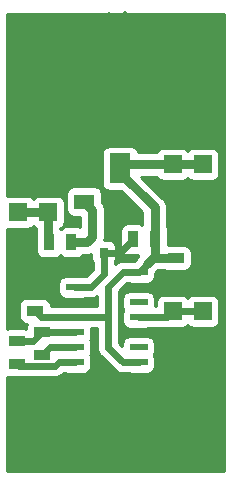
<source format=gbr>
G04 #@! TF.GenerationSoftware,KiCad,Pcbnew,(2018-02-10 revision a04965c36)-makepkg*
G04 #@! TF.CreationDate,2018-07-08T19:26:06+02:00*
G04 #@! TF.ProjectId,PIEZO01A,5049455A4F3031412E6B696361645F70,REV*
G04 #@! TF.SameCoordinates,Original*
G04 #@! TF.FileFunction,Copper,L2,Bot,Signal*
G04 #@! TF.FilePolarity,Positive*
%FSLAX46Y46*%
G04 Gerber Fmt 4.6, Leading zero omitted, Abs format (unit mm)*
G04 Created by KiCad (PCBNEW (2018-02-10 revision a04965c36)-makepkg) date 07/08/18 19:26:06*
%MOMM*%
%LPD*%
G01*
G04 APERTURE LIST*
%ADD10C,0.300000*%
%ADD11R,1.800000X2.500000*%
%ADD12R,1.400000X0.889000*%
%ADD13R,1.400000X0.899000*%
%ADD14R,1.524000X1.524000*%
%ADD15C,6.000000*%
%ADD16R,0.800000X0.900000*%
%ADD17R,0.899000X1.400000*%
%ADD18R,0.889000X1.400000*%
%ADD19R,1.500000X0.600000*%
%ADD20R,1.700000X1.300000*%
%ADD21C,0.800000*%
%ADD22C,0.600000*%
%ADD23C,0.800000*%
%ADD24C,0.254000*%
G04 APERTURE END LIST*
D10*
X9608428Y39655428D02*
X9537000Y39584000D01*
X9465571Y39441142D01*
X9465571Y39084000D01*
X9537000Y38941142D01*
X9608428Y38869714D01*
X9751285Y38798285D01*
X9894142Y38798285D01*
X10108428Y38869714D01*
X10965571Y39726857D01*
X10965571Y38798285D01*
X9465571Y37869714D02*
X9465571Y37726857D01*
X9537000Y37584000D01*
X9608428Y37512571D01*
X9751285Y37441142D01*
X10037000Y37369714D01*
X10394142Y37369714D01*
X10679857Y37441142D01*
X10822714Y37512571D01*
X10894142Y37584000D01*
X10965571Y37726857D01*
X10965571Y37869714D01*
X10894142Y38012571D01*
X10822714Y38084000D01*
X10679857Y38155428D01*
X10394142Y38226857D01*
X10037000Y38226857D01*
X9751285Y38155428D01*
X9608428Y38084000D01*
X9537000Y38012571D01*
X9465571Y37869714D01*
X10965571Y35941142D02*
X10965571Y36798285D01*
X10965571Y36369714D02*
X9465571Y36369714D01*
X9679857Y36512571D01*
X9822714Y36655428D01*
X9894142Y36798285D01*
X10108428Y35084000D02*
X10037000Y35226857D01*
X9965571Y35298285D01*
X9822714Y35369714D01*
X9751285Y35369714D01*
X9608428Y35298285D01*
X9537000Y35226857D01*
X9465571Y35084000D01*
X9465571Y34798285D01*
X9537000Y34655428D01*
X9608428Y34584000D01*
X9751285Y34512571D01*
X9822714Y34512571D01*
X9965571Y34584000D01*
X10037000Y34655428D01*
X10108428Y34798285D01*
X10108428Y35084000D01*
X10179857Y35226857D01*
X10251285Y35298285D01*
X10394142Y35369714D01*
X10679857Y35369714D01*
X10822714Y35298285D01*
X10894142Y35226857D01*
X10965571Y35084000D01*
X10965571Y34798285D01*
X10894142Y34655428D01*
X10822714Y34584000D01*
X10679857Y34512571D01*
X10394142Y34512571D01*
X10251285Y34584000D01*
X10179857Y34655428D01*
X10108428Y34798285D01*
X10621095Y8698238D02*
X9321095Y8698238D01*
X10249666Y8264904D01*
X9321095Y7831571D01*
X10621095Y7831571D01*
X10621095Y6593476D02*
X10621095Y7212523D01*
X9321095Y7212523D01*
X10249666Y6222047D02*
X10249666Y5603000D01*
X10621095Y6345857D02*
X9321095Y5912523D01*
X10621095Y5479190D01*
X9940142Y4612523D02*
X10002047Y4426809D01*
X10063952Y4364904D01*
X10187761Y4303000D01*
X10373476Y4303000D01*
X10497285Y4364904D01*
X10559190Y4426809D01*
X10621095Y4550619D01*
X10621095Y5045857D01*
X9321095Y5045857D01*
X9321095Y4612523D01*
X9383000Y4488714D01*
X9444904Y4426809D01*
X9568714Y4364904D01*
X9692523Y4364904D01*
X9816333Y4426809D01*
X9878238Y4488714D01*
X9940142Y4612523D01*
X9940142Y5045857D01*
X10497285Y3745857D02*
X10559190Y3683952D01*
X10621095Y3745857D01*
X10559190Y3807761D01*
X10497285Y3745857D01*
X10621095Y3745857D01*
X10497285Y2383952D02*
X10559190Y2445857D01*
X10621095Y2631571D01*
X10621095Y2755380D01*
X10559190Y2941095D01*
X10435380Y3064904D01*
X10311571Y3126809D01*
X10063952Y3188714D01*
X9878238Y3188714D01*
X9630619Y3126809D01*
X9506809Y3064904D01*
X9383000Y2941095D01*
X9321095Y2755380D01*
X9321095Y2631571D01*
X9383000Y2445857D01*
X9444904Y2383952D01*
X9321095Y1950619D02*
X9321095Y1083952D01*
X10621095Y1950619D01*
X10621095Y1083952D01*
D11*
X10541000Y30575000D03*
X10541000Y26575000D03*
D12*
X1778000Y11938000D03*
D13*
X1778000Y10033000D03*
D12*
X15240000Y17081500D03*
D13*
X15240000Y18986500D03*
X3302000Y14541500D03*
D12*
X3302000Y16446500D03*
D14*
X17526000Y24384000D03*
X14986000Y24384000D03*
X17526000Y26924000D03*
X14986000Y26924000D03*
X17526000Y29464000D03*
X14986000Y29464000D03*
X4445000Y22860000D03*
X1905000Y22860000D03*
X4445000Y25400000D03*
X1905000Y25400000D03*
X14986000Y14478000D03*
X17526000Y14478000D03*
X14986000Y11938000D03*
X17526000Y11938000D03*
D15*
X15240000Y5080000D03*
X5080000Y5080000D03*
X5080000Y35560000D03*
X15240000Y35560000D03*
D16*
X8194000Y21447000D03*
X10094000Y21447000D03*
X9144000Y19447000D03*
D17*
X6413500Y20320000D03*
D18*
X4508500Y20320000D03*
X13525500Y20574000D03*
D17*
X11620500Y20574000D03*
D13*
X3937000Y10795000D03*
D12*
X3937000Y12700000D03*
D19*
X6698000Y10160000D03*
X6698000Y11430000D03*
X6698000Y12700000D03*
X6698000Y13970000D03*
X6698000Y15240000D03*
X6698000Y16510000D03*
X6698000Y17780000D03*
X12098000Y17780000D03*
X12098000Y16510000D03*
X12098000Y15240000D03*
X12098000Y13970000D03*
X12098000Y12700000D03*
X12098000Y11430000D03*
X12098000Y10160000D03*
D20*
X7493000Y23777000D03*
X7493000Y27277000D03*
D21*
X4826000Y16129000D03*
X11176000Y22860000D03*
X9779000Y22860000D03*
X6731000Y28448000D03*
X8128000Y28448000D03*
X10795000Y32385000D03*
X9271000Y32385000D03*
X15621000Y16383000D03*
X14351000Y16383000D03*
X4572000Y17526000D03*
X3302000Y17399000D03*
D22*
X3937000Y12700000D02*
X6698000Y12700000D01*
X1778000Y11938000D02*
X3175000Y11938000D01*
X3175000Y11938000D02*
X3937000Y12700000D01*
X6698000Y10160000D02*
X5348000Y10160000D01*
X5348000Y10160000D02*
X5033499Y9845499D01*
X5033499Y9845499D02*
X1965501Y9845499D01*
X1965501Y9845499D02*
X1778000Y10033000D01*
X4572000Y16383000D02*
X4826000Y16129000D01*
X4572000Y17526000D02*
X4572000Y16383000D01*
X10094000Y22545000D02*
X9779000Y22860000D01*
X10094000Y21447000D02*
X10094000Y22545000D01*
X7493000Y27813000D02*
X8128000Y28448000D01*
X7493000Y27277000D02*
X7493000Y27813000D01*
X10541000Y31115000D02*
X9271000Y32385000D01*
X10541000Y30575000D02*
X10541000Y31115000D01*
X15049500Y17081500D02*
X14351000Y16383000D01*
X15240000Y17081500D02*
X15049500Y17081500D01*
X3302000Y16446500D02*
X3302000Y17399000D01*
X9525000Y13970000D02*
X9525000Y16557000D01*
X9525000Y11383000D02*
X9525000Y13970000D01*
X6698000Y13970000D02*
X8048000Y13970000D01*
X8048000Y13970000D02*
X9525000Y13970000D01*
X12098000Y10160000D02*
X10748000Y10160000D01*
X10748000Y10160000D02*
X9525000Y11383000D01*
X9525000Y16557000D02*
X10748000Y17780000D01*
X10748000Y17780000D02*
X12098000Y17780000D01*
X3302000Y14541500D02*
X3873500Y13970000D01*
X3873500Y13970000D02*
X6698000Y13970000D01*
D23*
X12827000Y18509000D02*
X13304500Y18986500D01*
D22*
X12098000Y17780000D02*
X12827000Y18509000D01*
D23*
X13525500Y20574000D02*
X13525500Y19074000D01*
X13525500Y19074000D02*
X13438000Y18986500D01*
X13438000Y18986500D02*
X13304500Y18986500D01*
X13304500Y18986500D02*
X15240000Y18986500D01*
X13525500Y20574000D02*
X13525500Y20829500D01*
X13525500Y20829500D02*
X13462000Y20893000D01*
X13462000Y20893000D02*
X13462000Y23304000D01*
X13462000Y23304000D02*
X10541000Y26225000D01*
X10541000Y26225000D02*
X10541000Y26575000D01*
X14986000Y26924000D02*
X10890000Y26924000D01*
X10890000Y26924000D02*
X10541000Y26575000D01*
X17526000Y26924000D02*
X14986000Y26924000D01*
X7747000Y20320000D02*
X8194000Y20767000D01*
X8194000Y20767000D02*
X8194000Y21447000D01*
X6413500Y20320000D02*
X7747000Y20320000D01*
X8194000Y21447000D02*
X8194000Y23076000D01*
X8194000Y23076000D02*
X7493000Y23777000D01*
X1905000Y22860000D02*
X4445000Y22860000D01*
X4445000Y22860000D02*
X4445000Y20383500D01*
X4445000Y20383500D02*
X4508500Y20320000D01*
D22*
X14986000Y14478000D02*
X17526000Y14478000D01*
X12098000Y13970000D02*
X14478000Y13970000D01*
X14478000Y13970000D02*
X14986000Y14478000D01*
X11620500Y20574000D02*
X10493500Y19447000D01*
X10493500Y19447000D02*
X9144000Y19447000D01*
X6698000Y16510000D02*
X8048000Y16510000D01*
X8048000Y16510000D02*
X9144000Y17606000D01*
X9144000Y17606000D02*
X9144000Y18397000D01*
X9144000Y18397000D02*
X9144000Y19447000D01*
X6698000Y11430000D02*
X4572000Y11430000D01*
X4572000Y11430000D02*
X3937000Y10795000D01*
D24*
G36*
X19356000Y964000D02*
X964000Y964000D01*
X964000Y8958736D01*
X1078000Y8936060D01*
X1744911Y8936060D01*
X1873415Y8910499D01*
X1873420Y8910499D01*
X1965500Y8892183D01*
X2057581Y8910499D01*
X4941413Y8910499D01*
X5033499Y8892182D01*
X5125585Y8910499D01*
X5398318Y8964749D01*
X5707596Y9171402D01*
X5743409Y9225000D01*
X5885459Y9225000D01*
X5948000Y9212560D01*
X7448000Y9212560D01*
X7695765Y9261843D01*
X7905809Y9402191D01*
X8046157Y9612235D01*
X8095440Y9860000D01*
X8095440Y10460000D01*
X8046157Y10707765D01*
X7987868Y10795000D01*
X8046157Y10882235D01*
X8095440Y11130000D01*
X8095440Y11730000D01*
X8046157Y11977765D01*
X7987868Y12065000D01*
X8046157Y12152235D01*
X8095440Y12400000D01*
X8095440Y13000000D01*
X8088478Y13035000D01*
X8590001Y13035000D01*
X8590000Y11475086D01*
X8571683Y11383000D01*
X8605749Y11211741D01*
X8644250Y11018182D01*
X8850903Y10708903D01*
X8928972Y10656739D01*
X10021741Y9563969D01*
X10073903Y9485903D01*
X10383181Y9279250D01*
X10655914Y9225000D01*
X10655917Y9225000D01*
X10747999Y9206684D01*
X10840081Y9225000D01*
X11285459Y9225000D01*
X11348000Y9212560D01*
X12848000Y9212560D01*
X13095765Y9261843D01*
X13305809Y9402191D01*
X13446157Y9612235D01*
X13495440Y9860000D01*
X13495440Y10460000D01*
X13446157Y10707765D01*
X13387868Y10795000D01*
X13446157Y10882235D01*
X13495440Y11130000D01*
X13495440Y11730000D01*
X13446157Y11977765D01*
X13305809Y12187809D01*
X13095765Y12328157D01*
X12848000Y12377440D01*
X11348000Y12377440D01*
X11100235Y12328157D01*
X10890191Y12187809D01*
X10749843Y11977765D01*
X10700560Y11730000D01*
X10700560Y11529729D01*
X10460000Y11770289D01*
X10460000Y13877915D01*
X10478317Y13970000D01*
X10460000Y14062086D01*
X10460000Y15540000D01*
X10700560Y15540000D01*
X10700560Y14940000D01*
X10749843Y14692235D01*
X10808132Y14605000D01*
X10749843Y14517765D01*
X10700560Y14270000D01*
X10700560Y13670000D01*
X10749843Y13422235D01*
X10890191Y13212191D01*
X11100235Y13071843D01*
X11348000Y13022560D01*
X12848000Y13022560D01*
X12910541Y13035000D01*
X14385914Y13035000D01*
X14478000Y13016683D01*
X14570086Y13035000D01*
X14738803Y13068560D01*
X15748000Y13068560D01*
X15995765Y13117843D01*
X16205809Y13258191D01*
X16256000Y13333307D01*
X16306191Y13258191D01*
X16516235Y13117843D01*
X16764000Y13068560D01*
X18288000Y13068560D01*
X18535765Y13117843D01*
X18745809Y13258191D01*
X18886157Y13468235D01*
X18935440Y13716000D01*
X18935440Y15240000D01*
X18886157Y15487765D01*
X18745809Y15697809D01*
X18535765Y15838157D01*
X18288000Y15887440D01*
X16764000Y15887440D01*
X16516235Y15838157D01*
X16306191Y15697809D01*
X16256000Y15622693D01*
X16205809Y15697809D01*
X15995765Y15838157D01*
X15748000Y15887440D01*
X14224000Y15887440D01*
X13976235Y15838157D01*
X13766191Y15697809D01*
X13625843Y15487765D01*
X13576560Y15240000D01*
X13576560Y14905000D01*
X13488478Y14905000D01*
X13495440Y14940000D01*
X13495440Y15540000D01*
X13446157Y15787765D01*
X13305809Y15997809D01*
X13095765Y16138157D01*
X12848000Y16187440D01*
X11348000Y16187440D01*
X11100235Y16138157D01*
X10890191Y15997809D01*
X10749843Y15787765D01*
X10700560Y15540000D01*
X10460000Y15540000D01*
X10460000Y16169711D01*
X11135290Y16845000D01*
X11285459Y16845000D01*
X11348000Y16832560D01*
X12068454Y16832560D01*
X12098000Y16826683D01*
X12127546Y16832560D01*
X12848000Y16832560D01*
X13095765Y16881843D01*
X13305809Y17022191D01*
X13446157Y17232235D01*
X13495440Y17480000D01*
X13495440Y17713730D01*
X13733210Y17951500D01*
X14273293Y17951500D01*
X14292235Y17938843D01*
X14540000Y17889560D01*
X15940000Y17889560D01*
X16187765Y17938843D01*
X16397809Y18079191D01*
X16538157Y18289235D01*
X16587440Y18537000D01*
X16587440Y19436000D01*
X16538157Y19683765D01*
X16397809Y19893809D01*
X16187765Y20034157D01*
X15940000Y20083440D01*
X14617440Y20083440D01*
X14617440Y21274000D01*
X14568157Y21521765D01*
X14497000Y21628258D01*
X14497000Y23202066D01*
X14517276Y23304000D01*
X14436948Y23707837D01*
X14328751Y23869765D01*
X14208193Y24050193D01*
X14121776Y24107935D01*
X12340710Y25889000D01*
X13642705Y25889000D01*
X13766191Y25704191D01*
X13976235Y25563843D01*
X14224000Y25514560D01*
X15748000Y25514560D01*
X15995765Y25563843D01*
X16205809Y25704191D01*
X16256000Y25779307D01*
X16306191Y25704191D01*
X16516235Y25563843D01*
X16764000Y25514560D01*
X18288000Y25514560D01*
X18535765Y25563843D01*
X18745809Y25704191D01*
X18886157Y25914235D01*
X18935440Y26162000D01*
X18935440Y27686000D01*
X18886157Y27933765D01*
X18745809Y28143809D01*
X18535765Y28284157D01*
X18288000Y28333440D01*
X16764000Y28333440D01*
X16516235Y28284157D01*
X16306191Y28143809D01*
X16256000Y28068693D01*
X16205809Y28143809D01*
X15995765Y28284157D01*
X15748000Y28333440D01*
X14224000Y28333440D01*
X13976235Y28284157D01*
X13766191Y28143809D01*
X13642705Y27959000D01*
X12061786Y27959000D01*
X12039157Y28072765D01*
X11898809Y28282809D01*
X11688765Y28423157D01*
X11441000Y28472440D01*
X9641000Y28472440D01*
X9393235Y28423157D01*
X9183191Y28282809D01*
X9042843Y28072765D01*
X8993560Y27825000D01*
X8993560Y25325000D01*
X9042843Y25077235D01*
X9183191Y24867191D01*
X9393235Y24726843D01*
X9641000Y24677560D01*
X10624730Y24677560D01*
X12427001Y22875288D01*
X12427000Y21799168D01*
X12317765Y21872157D01*
X12070000Y21921440D01*
X11171000Y21921440D01*
X10923235Y21872157D01*
X10713191Y21731809D01*
X10572843Y21521765D01*
X10523560Y21274000D01*
X10523560Y19874000D01*
X10572843Y19626235D01*
X10713191Y19416191D01*
X10923235Y19275843D01*
X11171000Y19226560D01*
X12070000Y19226560D01*
X12083544Y19229254D01*
X12023066Y19168776D01*
X11852052Y18912836D01*
X11838024Y18842313D01*
X11723151Y18727440D01*
X11348000Y18727440D01*
X11285459Y18715000D01*
X10840081Y18715000D01*
X10747999Y18733316D01*
X10655917Y18715000D01*
X10655914Y18715000D01*
X10383181Y18660750D01*
X10079000Y18457503D01*
X10079000Y18654715D01*
X10142157Y18749235D01*
X10191440Y18997000D01*
X10191440Y19897000D01*
X10142157Y20144765D01*
X10001809Y20354809D01*
X9791765Y20495157D01*
X9544000Y20544440D01*
X9205006Y20544440D01*
X9229000Y20665065D01*
X9229000Y20665070D01*
X9249275Y20766999D01*
X9229000Y20868929D01*
X9229000Y20934459D01*
X9241440Y20997000D01*
X9241440Y21897000D01*
X9229000Y21959541D01*
X9229000Y22974066D01*
X9249276Y23076000D01*
X9168948Y23479837D01*
X8990440Y23746993D01*
X8990440Y24427000D01*
X8941157Y24674765D01*
X8800809Y24884809D01*
X8590765Y25025157D01*
X8343000Y25074440D01*
X6643000Y25074440D01*
X6395235Y25025157D01*
X6185191Y24884809D01*
X6044843Y24674765D01*
X5995560Y24427000D01*
X5995560Y23127000D01*
X6044843Y22879235D01*
X6185191Y22669191D01*
X6395235Y22528843D01*
X6643000Y22479560D01*
X7159001Y22479560D01*
X7159000Y21959542D01*
X7146560Y21897000D01*
X7146560Y21594239D01*
X7110765Y21618157D01*
X6863000Y21667440D01*
X5964000Y21667440D01*
X5716235Y21618157D01*
X5506191Y21477809D01*
X5480000Y21438612D01*
X5480000Y21516705D01*
X5664809Y21640191D01*
X5805157Y21850235D01*
X5854440Y22098000D01*
X5854440Y23622000D01*
X5805157Y23869765D01*
X5664809Y24079809D01*
X5454765Y24220157D01*
X5207000Y24269440D01*
X3683000Y24269440D01*
X3435235Y24220157D01*
X3225191Y24079809D01*
X3175000Y24004693D01*
X3124809Y24079809D01*
X2914765Y24220157D01*
X2667000Y24269440D01*
X1143000Y24269440D01*
X964000Y24233835D01*
X964000Y39676000D01*
X19356001Y39676000D01*
X19356000Y964000D01*
X19356000Y964000D01*
G37*
X19356000Y964000D02*
X964000Y964000D01*
X964000Y8958736D01*
X1078000Y8936060D01*
X1744911Y8936060D01*
X1873415Y8910499D01*
X1873420Y8910499D01*
X1965500Y8892183D01*
X2057581Y8910499D01*
X4941413Y8910499D01*
X5033499Y8892182D01*
X5125585Y8910499D01*
X5398318Y8964749D01*
X5707596Y9171402D01*
X5743409Y9225000D01*
X5885459Y9225000D01*
X5948000Y9212560D01*
X7448000Y9212560D01*
X7695765Y9261843D01*
X7905809Y9402191D01*
X8046157Y9612235D01*
X8095440Y9860000D01*
X8095440Y10460000D01*
X8046157Y10707765D01*
X7987868Y10795000D01*
X8046157Y10882235D01*
X8095440Y11130000D01*
X8095440Y11730000D01*
X8046157Y11977765D01*
X7987868Y12065000D01*
X8046157Y12152235D01*
X8095440Y12400000D01*
X8095440Y13000000D01*
X8088478Y13035000D01*
X8590001Y13035000D01*
X8590000Y11475086D01*
X8571683Y11383000D01*
X8605749Y11211741D01*
X8644250Y11018182D01*
X8850903Y10708903D01*
X8928972Y10656739D01*
X10021741Y9563969D01*
X10073903Y9485903D01*
X10383181Y9279250D01*
X10655914Y9225000D01*
X10655917Y9225000D01*
X10747999Y9206684D01*
X10840081Y9225000D01*
X11285459Y9225000D01*
X11348000Y9212560D01*
X12848000Y9212560D01*
X13095765Y9261843D01*
X13305809Y9402191D01*
X13446157Y9612235D01*
X13495440Y9860000D01*
X13495440Y10460000D01*
X13446157Y10707765D01*
X13387868Y10795000D01*
X13446157Y10882235D01*
X13495440Y11130000D01*
X13495440Y11730000D01*
X13446157Y11977765D01*
X13305809Y12187809D01*
X13095765Y12328157D01*
X12848000Y12377440D01*
X11348000Y12377440D01*
X11100235Y12328157D01*
X10890191Y12187809D01*
X10749843Y11977765D01*
X10700560Y11730000D01*
X10700560Y11529729D01*
X10460000Y11770289D01*
X10460000Y13877915D01*
X10478317Y13970000D01*
X10460000Y14062086D01*
X10460000Y15540000D01*
X10700560Y15540000D01*
X10700560Y14940000D01*
X10749843Y14692235D01*
X10808132Y14605000D01*
X10749843Y14517765D01*
X10700560Y14270000D01*
X10700560Y13670000D01*
X10749843Y13422235D01*
X10890191Y13212191D01*
X11100235Y13071843D01*
X11348000Y13022560D01*
X12848000Y13022560D01*
X12910541Y13035000D01*
X14385914Y13035000D01*
X14478000Y13016683D01*
X14570086Y13035000D01*
X14738803Y13068560D01*
X15748000Y13068560D01*
X15995765Y13117843D01*
X16205809Y13258191D01*
X16256000Y13333307D01*
X16306191Y13258191D01*
X16516235Y13117843D01*
X16764000Y13068560D01*
X18288000Y13068560D01*
X18535765Y13117843D01*
X18745809Y13258191D01*
X18886157Y13468235D01*
X18935440Y13716000D01*
X18935440Y15240000D01*
X18886157Y15487765D01*
X18745809Y15697809D01*
X18535765Y15838157D01*
X18288000Y15887440D01*
X16764000Y15887440D01*
X16516235Y15838157D01*
X16306191Y15697809D01*
X16256000Y15622693D01*
X16205809Y15697809D01*
X15995765Y15838157D01*
X15748000Y15887440D01*
X14224000Y15887440D01*
X13976235Y15838157D01*
X13766191Y15697809D01*
X13625843Y15487765D01*
X13576560Y15240000D01*
X13576560Y14905000D01*
X13488478Y14905000D01*
X13495440Y14940000D01*
X13495440Y15540000D01*
X13446157Y15787765D01*
X13305809Y15997809D01*
X13095765Y16138157D01*
X12848000Y16187440D01*
X11348000Y16187440D01*
X11100235Y16138157D01*
X10890191Y15997809D01*
X10749843Y15787765D01*
X10700560Y15540000D01*
X10460000Y15540000D01*
X10460000Y16169711D01*
X11135290Y16845000D01*
X11285459Y16845000D01*
X11348000Y16832560D01*
X12068454Y16832560D01*
X12098000Y16826683D01*
X12127546Y16832560D01*
X12848000Y16832560D01*
X13095765Y16881843D01*
X13305809Y17022191D01*
X13446157Y17232235D01*
X13495440Y17480000D01*
X13495440Y17713730D01*
X13733210Y17951500D01*
X14273293Y17951500D01*
X14292235Y17938843D01*
X14540000Y17889560D01*
X15940000Y17889560D01*
X16187765Y17938843D01*
X16397809Y18079191D01*
X16538157Y18289235D01*
X16587440Y18537000D01*
X16587440Y19436000D01*
X16538157Y19683765D01*
X16397809Y19893809D01*
X16187765Y20034157D01*
X15940000Y20083440D01*
X14617440Y20083440D01*
X14617440Y21274000D01*
X14568157Y21521765D01*
X14497000Y21628258D01*
X14497000Y23202066D01*
X14517276Y23304000D01*
X14436948Y23707837D01*
X14328751Y23869765D01*
X14208193Y24050193D01*
X14121776Y24107935D01*
X12340710Y25889000D01*
X13642705Y25889000D01*
X13766191Y25704191D01*
X13976235Y25563843D01*
X14224000Y25514560D01*
X15748000Y25514560D01*
X15995765Y25563843D01*
X16205809Y25704191D01*
X16256000Y25779307D01*
X16306191Y25704191D01*
X16516235Y25563843D01*
X16764000Y25514560D01*
X18288000Y25514560D01*
X18535765Y25563843D01*
X18745809Y25704191D01*
X18886157Y25914235D01*
X18935440Y26162000D01*
X18935440Y27686000D01*
X18886157Y27933765D01*
X18745809Y28143809D01*
X18535765Y28284157D01*
X18288000Y28333440D01*
X16764000Y28333440D01*
X16516235Y28284157D01*
X16306191Y28143809D01*
X16256000Y28068693D01*
X16205809Y28143809D01*
X15995765Y28284157D01*
X15748000Y28333440D01*
X14224000Y28333440D01*
X13976235Y28284157D01*
X13766191Y28143809D01*
X13642705Y27959000D01*
X12061786Y27959000D01*
X12039157Y28072765D01*
X11898809Y28282809D01*
X11688765Y28423157D01*
X11441000Y28472440D01*
X9641000Y28472440D01*
X9393235Y28423157D01*
X9183191Y28282809D01*
X9042843Y28072765D01*
X8993560Y27825000D01*
X8993560Y25325000D01*
X9042843Y25077235D01*
X9183191Y24867191D01*
X9393235Y24726843D01*
X9641000Y24677560D01*
X10624730Y24677560D01*
X12427001Y22875288D01*
X12427000Y21799168D01*
X12317765Y21872157D01*
X12070000Y21921440D01*
X11171000Y21921440D01*
X10923235Y21872157D01*
X10713191Y21731809D01*
X10572843Y21521765D01*
X10523560Y21274000D01*
X10523560Y19874000D01*
X10572843Y19626235D01*
X10713191Y19416191D01*
X10923235Y19275843D01*
X11171000Y19226560D01*
X12070000Y19226560D01*
X12083544Y19229254D01*
X12023066Y19168776D01*
X11852052Y18912836D01*
X11838024Y18842313D01*
X11723151Y18727440D01*
X11348000Y18727440D01*
X11285459Y18715000D01*
X10840081Y18715000D01*
X10747999Y18733316D01*
X10655917Y18715000D01*
X10655914Y18715000D01*
X10383181Y18660750D01*
X10079000Y18457503D01*
X10079000Y18654715D01*
X10142157Y18749235D01*
X10191440Y18997000D01*
X10191440Y19897000D01*
X10142157Y20144765D01*
X10001809Y20354809D01*
X9791765Y20495157D01*
X9544000Y20544440D01*
X9205006Y20544440D01*
X9229000Y20665065D01*
X9229000Y20665070D01*
X9249275Y20766999D01*
X9229000Y20868929D01*
X9229000Y20934459D01*
X9241440Y20997000D01*
X9241440Y21897000D01*
X9229000Y21959541D01*
X9229000Y22974066D01*
X9249276Y23076000D01*
X9168948Y23479837D01*
X8990440Y23746993D01*
X8990440Y24427000D01*
X8941157Y24674765D01*
X8800809Y24884809D01*
X8590765Y25025157D01*
X8343000Y25074440D01*
X6643000Y25074440D01*
X6395235Y25025157D01*
X6185191Y24884809D01*
X6044843Y24674765D01*
X5995560Y24427000D01*
X5995560Y23127000D01*
X6044843Y22879235D01*
X6185191Y22669191D01*
X6395235Y22528843D01*
X6643000Y22479560D01*
X7159001Y22479560D01*
X7159000Y21959542D01*
X7146560Y21897000D01*
X7146560Y21594239D01*
X7110765Y21618157D01*
X6863000Y21667440D01*
X5964000Y21667440D01*
X5716235Y21618157D01*
X5506191Y21477809D01*
X5480000Y21438612D01*
X5480000Y21516705D01*
X5664809Y21640191D01*
X5805157Y21850235D01*
X5854440Y22098000D01*
X5854440Y23622000D01*
X5805157Y23869765D01*
X5664809Y24079809D01*
X5454765Y24220157D01*
X5207000Y24269440D01*
X3683000Y24269440D01*
X3435235Y24220157D01*
X3225191Y24079809D01*
X3175000Y24004693D01*
X3124809Y24079809D01*
X2914765Y24220157D01*
X2667000Y24269440D01*
X1143000Y24269440D01*
X964000Y24233835D01*
X964000Y39676000D01*
X19356001Y39676000D01*
X19356000Y964000D01*
G36*
X3225191Y21640191D02*
X3410001Y21516704D01*
X3410001Y20485439D01*
X3389724Y20383500D01*
X3416560Y20248586D01*
X3416560Y19620000D01*
X3465843Y19372235D01*
X3606191Y19162191D01*
X3816235Y19021843D01*
X4064000Y18972560D01*
X4953000Y18972560D01*
X5200765Y19021843D01*
X5410809Y19162191D01*
X5458500Y19233565D01*
X5506191Y19162191D01*
X5716235Y19021843D01*
X5964000Y18972560D01*
X6863000Y18972560D01*
X7110765Y19021843D01*
X7320809Y19162191D01*
X7402868Y19285000D01*
X7645066Y19285000D01*
X7747000Y19264724D01*
X7848934Y19285000D01*
X7848935Y19285000D01*
X8096560Y19334256D01*
X8096560Y18997000D01*
X8145843Y18749235D01*
X8209000Y18654714D01*
X8209000Y17993290D01*
X7660711Y17445000D01*
X7510541Y17445000D01*
X7448000Y17457440D01*
X5948000Y17457440D01*
X5700235Y17408157D01*
X5490191Y17267809D01*
X5349843Y17057765D01*
X5300560Y16810000D01*
X5300560Y16210000D01*
X5349843Y15962235D01*
X5490191Y15752191D01*
X5700235Y15611843D01*
X5948000Y15562560D01*
X7448000Y15562560D01*
X7510541Y15575000D01*
X7955914Y15575000D01*
X8048000Y15556683D01*
X8140086Y15575000D01*
X8412819Y15629250D01*
X8590001Y15747639D01*
X8590000Y14905000D01*
X7510541Y14905000D01*
X7448000Y14917440D01*
X5948000Y14917440D01*
X5885459Y14905000D01*
X4649440Y14905000D01*
X4649440Y14991000D01*
X4600157Y15238765D01*
X4459809Y15448809D01*
X4249765Y15589157D01*
X4002000Y15638440D01*
X2602000Y15638440D01*
X2354235Y15589157D01*
X2144191Y15448809D01*
X2003843Y15238765D01*
X1954560Y14991000D01*
X1954560Y14092000D01*
X2003843Y13844235D01*
X2144191Y13634191D01*
X2354235Y13493843D01*
X2602000Y13444560D01*
X2673786Y13444560D01*
X2638843Y13392265D01*
X2589560Y13144500D01*
X2589560Y13007750D01*
X2478000Y13029940D01*
X1078000Y13029940D01*
X964000Y13007264D01*
X964000Y21486165D01*
X1143000Y21450560D01*
X2667000Y21450560D01*
X2914765Y21499843D01*
X3124809Y21640191D01*
X3175000Y21715307D01*
X3225191Y21640191D01*
X3225191Y21640191D01*
G37*
X3225191Y21640191D02*
X3410001Y21516704D01*
X3410001Y20485439D01*
X3389724Y20383500D01*
X3416560Y20248586D01*
X3416560Y19620000D01*
X3465843Y19372235D01*
X3606191Y19162191D01*
X3816235Y19021843D01*
X4064000Y18972560D01*
X4953000Y18972560D01*
X5200765Y19021843D01*
X5410809Y19162191D01*
X5458500Y19233565D01*
X5506191Y19162191D01*
X5716235Y19021843D01*
X5964000Y18972560D01*
X6863000Y18972560D01*
X7110765Y19021843D01*
X7320809Y19162191D01*
X7402868Y19285000D01*
X7645066Y19285000D01*
X7747000Y19264724D01*
X7848934Y19285000D01*
X7848935Y19285000D01*
X8096560Y19334256D01*
X8096560Y18997000D01*
X8145843Y18749235D01*
X8209000Y18654714D01*
X8209000Y17993290D01*
X7660711Y17445000D01*
X7510541Y17445000D01*
X7448000Y17457440D01*
X5948000Y17457440D01*
X5700235Y17408157D01*
X5490191Y17267809D01*
X5349843Y17057765D01*
X5300560Y16810000D01*
X5300560Y16210000D01*
X5349843Y15962235D01*
X5490191Y15752191D01*
X5700235Y15611843D01*
X5948000Y15562560D01*
X7448000Y15562560D01*
X7510541Y15575000D01*
X7955914Y15575000D01*
X8048000Y15556683D01*
X8140086Y15575000D01*
X8412819Y15629250D01*
X8590001Y15747639D01*
X8590000Y14905000D01*
X7510541Y14905000D01*
X7448000Y14917440D01*
X5948000Y14917440D01*
X5885459Y14905000D01*
X4649440Y14905000D01*
X4649440Y14991000D01*
X4600157Y15238765D01*
X4459809Y15448809D01*
X4249765Y15589157D01*
X4002000Y15638440D01*
X2602000Y15638440D01*
X2354235Y15589157D01*
X2144191Y15448809D01*
X2003843Y15238765D01*
X1954560Y14991000D01*
X1954560Y14092000D01*
X2003843Y13844235D01*
X2144191Y13634191D01*
X2354235Y13493843D01*
X2602000Y13444560D01*
X2673786Y13444560D01*
X2638843Y13392265D01*
X2589560Y13144500D01*
X2589560Y13007750D01*
X2478000Y13029940D01*
X1078000Y13029940D01*
X964000Y13007264D01*
X964000Y21486165D01*
X1143000Y21450560D01*
X2667000Y21450560D01*
X2914765Y21499843D01*
X3124809Y21640191D01*
X3175000Y21715307D01*
X3225191Y21640191D01*
M02*

</source>
